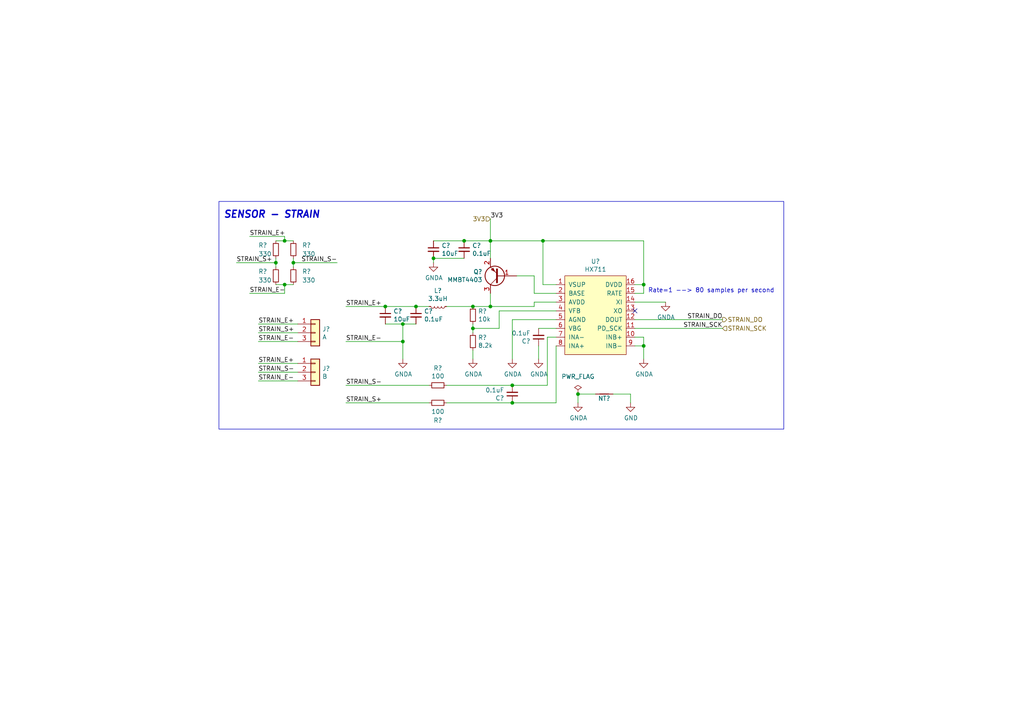
<source format=kicad_sch>
(kicad_sch (version 20230121) (generator eeschema)
  (paper "A4")
  (lib_symbols
    (symbol "Connector_Generic:Conn_01x03" (pin_names (offset 1.016) hide)
      (property "Reference" "J" (at 0 5.08 0))
      (property "Value" "Conn_01x03" (at 0 -5.08 0))
      (symbol "Conn_01x03_1_1"
        (rectangle (start -1.27 -2.413) (end 0 -2.667) (stroke (width 0.1524)))
        (rectangle (start -1.27 0.127) (end 0 -0.127) (stroke (width 0.1524)))
        (rectangle (start -1.27 2.667) (end 0 2.413) (stroke (width 0.1524)))
        (rectangle (start -1.27 3.81) (end 1.27 -3.81) (stroke (width 0.254)) (fill (type background)))
        (pin passive line (at -5.08 2.54 0) (length 3.81) (name "Pin_1") (number "1"))
        (pin passive line (at -5.08 0 0) (length 3.81) (name "Pin_2") (number "2"))
        (pin passive line (at -5.08 -2.54 0) (length 3.81) (name "Pin_3") (number "3"))
      )
    )
    (symbol "Device:C_Small" (pin_numbers hide) (pin_names (offset 0.254) hide)
      (property "Reference" "C" (at 0.254 1.778 0))
      (property "Value" "C_Small" (at 0.254 -2.032 0))
      (symbol "C_Small_0_1"
        (polyline (pts (xy -1.524 -0.508) (xy 1.524 -0.508)) (stroke (width 0.3302)))
        (polyline (pts (xy -1.524 0.508) (xy 1.524 0.508)) (stroke (width 0.3048)))
      )
      (symbol "C_Small_1_1"
        (pin passive line (at 0 2.54 270) (length 2.032) (name "~") (number "1"))
        (pin passive line (at 0 -2.54 90) (length 2.032) (name "~") (number "2"))
      )
    )
    (symbol "Device:L_Small" (pin_numbers hide) (pin_names (offset 0.254) hide)
      (property "Reference" "L" (at 0.762 1.016 0))
      (property "Value" "L_Small" (at 0.762 -1.016 0))
      (symbol "L_Small_0_1"
        (arc (start 0 -2.032) (mid 0.5058 -1.524) (end 0 -1.016))
        (arc (start 0 -1.016) (mid 0.5058 -0.508) (end 0 0))
        (arc (start 0 0) (mid 0.5058 0.508) (end 0 1.016))
        (arc (start 0 1.016) (mid 0.5058 1.524) (end 0 2.032))
      )
      (symbol "L_Small_1_1"
        (pin passive line (at 0 2.54 270) (length 0.508) (name "~") (number "1"))
        (pin passive line (at 0 -2.54 90) (length 0.508) (name "~") (number "2"))
      )
    )
    (symbol "Device:NetTie_2" (pin_numbers hide) (pin_names (offset 0) hide)
      (property "Reference" "NT" (at 0 1.27 0))
      (property "Value" "NetTie_2" (at 0 -1.27 0))
      (symbol "NetTie_2_0_1"
        (polyline (pts (xy -1.27 0) (xy 1.27 0)) (stroke (width 0.254)))
      )
      (symbol "NetTie_2_1_1"
        (pin passive line (at -2.54 0 0) (length 2.54) (name "1") (number "1"))
        (pin passive line (at 2.54 0 180) (length 2.54) (name "2") (number "2"))
      )
    )
    (symbol "Device:Q_PNP_BEC" (pin_names (offset 0) hide)
      (property "Reference" "Q" (at 5.08 1.27 0))
      (property "Value" "Q_PNP_BEC" (at 5.08 -1.27 0))
      (symbol "Q_PNP_BEC_0_1"
        (polyline (pts (xy 0.635 0.635) (xy 2.54 2.54)))
        (polyline (pts (xy 0.635 -0.635) (xy 2.54 -2.54) (xy 2.54 -2.54)))
        (polyline (pts (xy 0.635 1.905) (xy 0.635 -1.905) (xy 0.635 -1.905)) (stroke (width 0.508)))
        (polyline (pts (xy 2.286 -1.778) (xy 1.778 -2.286) (xy 1.27 -1.27) (xy 2.286 -1.778) (xy 2.286 -1.778)) (fill (type outline)))
        (circle (center 1.27 0) (radius 2.8194) (stroke (width 0.254)))
      )
      (symbol "Q_PNP_BEC_1_1"
        (pin input line (at -5.08 0 0) (length 5.715) (name "B") (number "1"))
        (pin passive line (at 2.54 -5.08 90) (length 2.54) (name "E") (number "2"))
        (pin passive line (at 2.54 5.08 270) (length 2.54) (name "C") (number "3"))
      )
    )
    (symbol "Device:R_Small" (pin_numbers hide) (pin_names (offset 0.254) hide)
      (property "Reference" "R" (at 0.762 0.508 0))
      (property "Value" "R_Small" (at 0.762 -1.016 0))
      (symbol "R_Small_0_1"
        (rectangle (start -0.762 1.778) (end 0.762 -1.778) (stroke (width 0.2032)))
      )
      (symbol "R_Small_1_1"
        (pin passive line (at 0 2.54 270) (length 0.762) (name "~") (number "1"))
        (pin passive line (at 0 -2.54 90) (length 0.762) (name "~") (number "2"))
      )
    )
    (symbol "power:GND" (power) (pin_names (offset 0))
      (property "Value" "GND" (at 0 -3.81 0))
      (symbol "GND_0_1"
        (polyline (pts (xy 0 0) (xy 0 -1.27) (xy 1.27 -1.27) (xy 0 -2.54) (xy -1.27 -1.27) (xy 0 -1.27)))
      )
      (symbol "GND_1_1"
        (pin power_in line (at 0 0 270) (length 0) hide (name "GND") (number "1"))
      )
    )
    (symbol "power:GNDA" (power) (pin_names (offset 0))
      (property "Value" "GNDA" (at 0 -3.81 0))
      (symbol "GNDA_0_1"
        (polyline (pts (xy 0 0) (xy 0 -1.27) (xy 1.27 -1.27) (xy 0 -2.54) (xy -1.27 -1.27) (xy 0 -1.27)))
      )
      (symbol "GNDA_1_1"
        (pin power_in line (at 0 0 270) (length 0) hide (name "GNDA") (number "1"))
      )
    )
    (symbol "power:PWR_FLAG" (power) (pin_numbers hide) (pin_names (offset 0) hide)
      (property "Value" "PWR_FLAG" (at 0 3.81 0))
      (symbol "PWR_FLAG_0_0"
        (pin power_out line (at 0 0 90) (length 0) (name "pwr") (number "1"))
      )
      (symbol "PWR_FLAG_0_1"
        (polyline (pts (xy 0 0) (xy 0 1.27) (xy -1.016 1.905) (xy 0 2.54) (xy 1.016 1.905) (xy 0 1.27)))
      )
    )
    (symbol "strain:HX711" (pin_names (offset 1.016))
      (property "Reference" "U" (at 5.08 12.7 0))
      (property "Value" "HX711" (at -5.08 12.7 0))
      (symbol "HX711_0_1"
        (rectangle (start -8.89 11.43) (end 8.89 -11.43) (fill (type background)))
      )
      (symbol "HX711_1_1"
        (pin power_in line (at -11.43 8.89 0) (length 2.54) (name "VSUP") (number "1"))
        (pin input line (at 11.43 -6.35 180) (length 2.54) (name "INB+") (number "10"))
        (pin input line (at 11.43 -3.81 180) (length 2.54) (name "PD_SCK") (number "11"))
        (pin output line (at 11.43 -1.27 180) (length 2.54) (name "DOUT") (number "12"))
        (pin output line (at 11.43 1.27 180) (length 2.54) (name "XO") (number "13"))
        (pin input line (at 11.43 3.81 180) (length 2.54) (name "XI") (number "14"))
        (pin input line (at 11.43 6.35 180) (length 2.54) (name "RATE") (number "15"))
        (pin power_in line (at 11.43 8.89 180) (length 2.54) (name "DVDD") (number "16"))
        (pin output line (at -11.43 6.35 0) (length 2.54) (name "BASE") (number "2"))
        (pin bidirectional line (at -11.43 3.81 0) (length 2.54) (name "AVDD") (number "3"))
        (pin input line (at -11.43 1.27 0) (length 2.54) (name "VFB") (number "4"))
        (pin power_in line (at -11.43 -1.27 0) (length 2.54) (name "AGND") (number "5"))
        (pin output line (at -11.43 -3.81 0) (length 2.54) (name "VBG") (number "6"))
        (pin input line (at -11.43 -6.35 0) (length 2.54) (name "INA-") (number "7"))
        (pin input line (at -11.43 -8.89 0) (length 2.54) (name "INA+") (number "8"))
        (pin input line (at 11.43 -8.89 180) (length 2.54) (name "INB-") (number "9"))
      )
    )
  )
  (junction (at 85.09 76.2))
  (junction (at 167.64 114.3))
  (junction (at 116.84 99.06))
  (junction (at 186.69 100.33))
  (junction (at 120.65 88.9))
  (junction (at 82.55 69.85))
  (junction (at 125.73 74.93))
  (junction (at 134.62 69.85))
  (junction (at 116.84 93.98))
  (junction (at 111.76 88.9))
  (junction (at 157.48 69.85))
  (junction (at 186.69 82.55))
  (junction (at 137.16 95.25))
  (junction (at 142.24 69.85))
  (junction (at 82.55 82.55))
  (junction (at 137.16 88.9))
  (junction (at 148.59 116.84))
  (junction (at 142.24 88.9))
  (junction (at 80.01 76.2))
  (junction (at 148.59 111.76))
  (no_connect (at 184.15 90.17))
  (wire (pts (xy 74.93 105.41) (xy 86.36 105.41)))
  (wire (pts (xy 85.09 76.2) (xy 97.79 76.2)))
  (wire (pts (xy 186.69 97.79) (xy 186.69 100.33)))
  (wire (pts (xy 100.33 116.84) (xy 124.46 116.84)))
  (wire (pts (xy 82.55 82.55) (xy 82.55 85.09)))
  (wire (pts (xy 161.29 100.33) (xy 161.29 116.84)))
  (wire (pts (xy 125.73 76.2) (xy 125.73 74.93)))
  (wire (pts (xy 74.93 93.98) (xy 86.36 93.98)))
  (wire (pts (xy 184.15 97.79) (xy 186.69 97.79)))
  (wire (pts (xy 85.09 74.93) (xy 85.09 76.2)))
  (wire (pts (xy 167.64 116.84) (xy 167.64 114.3)))
  (wire (pts (xy 85.09 76.2) (xy 85.09 77.47)))
  (wire (pts (xy 161.29 92.71) (xy 148.59 92.71)))
  (wire (pts (xy 186.69 82.55) (xy 184.15 82.55)))
  (wire (pts (xy 154.94 80.01) (xy 154.94 85.09)))
  (wire (pts (xy 80.01 74.93) (xy 80.01 76.2)))
  (wire (pts (xy 72.39 68.58) (xy 82.55 68.58)))
  (wire (pts (xy 116.84 93.98) (xy 116.84 99.06)))
  (wire (pts (xy 184.15 92.71) (xy 209.55 92.71)))
  (wire (pts (xy 148.59 116.84) (xy 129.54 116.84)))
  (wire (pts (xy 137.16 104.14) (xy 137.16 101.6)))
  (wire (pts (xy 142.24 88.9) (xy 154.94 88.9)))
  (wire (pts (xy 100.33 88.9) (xy 111.76 88.9)))
  (wire (pts (xy 158.75 97.79) (xy 158.75 111.76)))
  (wire (pts (xy 80.01 76.2) (xy 80.01 77.47)))
  (wire (pts (xy 124.46 111.76) (xy 100.33 111.76)))
  (wire (pts (xy 148.59 116.84) (xy 161.29 116.84)))
  (wire (pts (xy 148.59 92.71) (xy 148.59 104.14)))
  (wire (pts (xy 156.21 100.33) (xy 156.21 104.14)))
  (wire (pts (xy 161.29 97.79) (xy 158.75 97.79)))
  (wire (pts (xy 74.93 110.49) (xy 86.36 110.49)))
  (wire (pts (xy 137.16 93.98) (xy 137.16 95.25)))
  (wire (pts (xy 129.54 111.76) (xy 148.59 111.76)))
  (wire (pts (xy 186.69 85.09) (xy 186.69 82.55)))
  (wire (pts (xy 154.94 87.63) (xy 161.29 87.63)))
  (wire (pts (xy 134.62 74.93) (xy 125.73 74.93)))
  (wire (pts (xy 186.69 100.33) (xy 186.69 104.14)))
  (wire (pts (xy 100.33 99.06) (xy 116.84 99.06)))
  (wire (pts (xy 156.21 95.25) (xy 161.29 95.25)))
  (wire (pts (xy 74.93 96.52) (xy 86.36 96.52)))
  (wire (pts (xy 144.78 90.17) (xy 161.29 90.17)))
  (wire (pts (xy 80.01 69.85) (xy 82.55 69.85)))
  (wire (pts (xy 144.78 95.25) (xy 144.78 90.17)))
  (wire (pts (xy 80.01 82.55) (xy 82.55 82.55)))
  (wire (pts (xy 82.55 82.55) (xy 85.09 82.55)))
  (wire (pts (xy 137.16 95.25) (xy 144.78 95.25)))
  (wire (pts (xy 154.94 88.9) (xy 154.94 87.63)))
  (wire (pts (xy 148.59 111.76) (xy 158.75 111.76)))
  (wire (pts (xy 74.93 99.06) (xy 86.36 99.06)))
  (wire (pts (xy 157.48 82.55) (xy 161.29 82.55)))
  (wire (pts (xy 184.15 85.09) (xy 186.69 85.09)))
  (wire (pts (xy 68.58 76.2) (xy 80.01 76.2)))
  (wire (pts (xy 142.24 63.5) (xy 142.24 69.85)))
  (wire (pts (xy 72.39 85.09) (xy 82.55 85.09)))
  (wire (pts (xy 182.88 114.3) (xy 182.88 116.84)))
  (wire (pts (xy 184.15 95.25) (xy 209.55 95.25)))
  (wire (pts (xy 184.15 87.63) (xy 193.04 87.63)))
  (wire (pts (xy 111.76 93.98) (xy 116.84 93.98)))
  (wire (pts (xy 74.93 107.95) (xy 86.36 107.95)))
  (wire (pts (xy 120.65 88.9) (xy 124.46 88.9)))
  (wire (pts (xy 116.84 93.98) (xy 120.65 93.98)))
  (wire (pts (xy 82.55 68.58) (xy 82.55 69.85)))
  (wire (pts (xy 116.84 99.06) (xy 116.84 104.14)))
  (wire (pts (xy 184.15 100.33) (xy 186.69 100.33)))
  (wire (pts (xy 167.64 114.3) (xy 172.72 114.3)))
  (wire (pts (xy 186.69 69.85) (xy 186.69 82.55)))
  (wire (pts (xy 137.16 96.52) (xy 137.16 95.25)))
  (wire (pts (xy 129.54 88.9) (xy 137.16 88.9)))
  (wire (pts (xy 142.24 85.09) (xy 142.24 88.9)))
  (wire (pts (xy 137.16 88.9) (xy 142.24 88.9)))
  (wire (pts (xy 82.55 69.85) (xy 85.09 69.85)))
  (wire (pts (xy 111.76 88.9) (xy 120.65 88.9)))
  (wire (pts (xy 125.73 69.85) (xy 134.62 69.85)))
  (wire (pts (xy 177.8 114.3) (xy 182.88 114.3)))
  (wire (pts (xy 157.48 69.85) (xy 157.48 82.55)))
  (wire (pts (xy 149.86 80.01) (xy 154.94 80.01)))
  (wire (pts (xy 134.62 69.85) (xy 142.24 69.85)))
  (wire (pts (xy 142.24 69.85) (xy 157.48 69.85)))
  (wire (pts (xy 154.94 85.09) (xy 161.29 85.09)))
  (wire (pts (xy 157.48 69.85) (xy 186.69 69.85)))
  (wire (pts (xy 142.24 69.85) (xy 142.24 74.93)))
  (rectangle (start 63.5 58.42) (end 227.33 124.46))
  (text "Rate=1 --> 80 samples per second" (at 187.96 85.09 0) (effects (font (size 1.27 1.27)) (justify left bottom)))
  (text "SENSOR - STRAIN" (at 64.77 63.5 0) (effects (font (size 2.0066 2.0066) (thickness 0.4013) bold italic) (justify left bottom)))
  (label "STRAIN_E+" (at 72.39 68.58 0))
  (label "STRAIN_E-" (at 74.93 110.49 0))
  (label "STRAIN_DO" (at 209.55 92.71 180))
  (label "STRAIN_S+" (at 74.93 96.52 0))
  (label "STRAIN_S-" (at 74.93 107.95 0))
  (label "STRAIN_SCK" (at 209.55 95.25 180))
  (label "STRAIN_S-" (at 100.33 111.76 0))
  (label "STRAIN_E+" (at 74.93 93.98 0))
  (label "STRAIN_S+" (at 100.33 116.84 0))
  (label "STRAIN_E-" (at 74.93 99.06 0))
  (label "STRAIN_E-" (at 100.33 99.06 0))
  (label "STRAIN_E-" (at 72.39 85.09 0))
  (label "3V3" (at 142.24 63.5 0))
  (label "STRAIN_S+" (at 68.58 76.2 0))
  (label "STRAIN_E+" (at 100.33 88.9 0))
  (label "STRAIN_S-" (at 97.79 76.2 180))
  (label "STRAIN_E+" (at 74.93 105.41 0))
  (hierarchical_label "STRAIN_SCK" (shape input) (at 209.55 95.25 0))
  (hierarchical_label "3V3" (shape input) (at 142.24 63.5 180))
  (hierarchical_label "STRAIN_DO" (shape output) (at 209.55 92.71 0))
  (symbol (lib_id "Device:R_Small") (at 127 111.76 270) (unit 1)
    (property "Reference" "R?" (at 127 106.7816 90))
    (property "Value" "100" (at 127 109.093 90))
    (property "Footprint" "Resistor_SMD:R_0805_2012Metric" (effects hide))
    (property "LCSC" "C319953" (effects hide))
    (property "Digikey" "RMCF0603FT100RCT-ND" (effects hide))
    (property "Mouser" "652-CR0603FX-1000ELF" (effects hide))
    (instances (project "view_base" (path "" (reference "R?") (unit 1)) (path "" (reference "R?") (unit 1)) (path "" (reference "R5") (unit 1))))
  )
  (symbol (lib_id "Device:NetTie_2") (at 175.26 114.3 0) (unit 1) (in_bom no)
    (property "Reference" "NT?" (at 175.26 115.57 0))
    (property "Value" "NetTie_2" (effects hide))
    (property "Footprint" "NetTie:NetTie-2_SMD_Pad0.5mm" (effects hide))
    (instances (project "view_base" (path "" (reference "NT?") (unit 1)) (path "" (reference "NT?") (unit 1)) (path "" (reference "NT1") (unit 1))))
  )
  (symbol (lib_id "power:GNDA") (at 186.69 104.14 0) (unit 1)
    (property "Reference" "#PWR?" (effects hide))
    (property "Value" "GNDA" (at 186.817 108.5342 0))
    (instances (project "view_base" (path "" (reference "#PWR?") (unit 1)) (path "" (reference "#PWR?") (unit 1)) (path "" (reference "#PWR0160") (unit 1))))
  )
  (symbol (lib_id "Device:R_Small") (at 137.16 91.44 0) (unit 1)
    (property "Reference" "R?" (at 138.6586 90.2716 0) (effects (justify left)))
    (property "Value" "10k" (at 138.6586 92.583 0) (effects (justify left)))
    (property "Footprint" "Resistor_SMD:R_0805_2012Metric" (effects hide))
    (property "LCSC" "C98220" (effects hide))
    (property "Digikey" "RMCF0603JT10K0CT-ND" (effects hide))
    (property "Mouser" "652-CR0603FX-1002ELF" (effects hide))
    (instances (project "view_base" (path "" (reference "R?") (unit 1)) (path "" (reference "R?") (unit 1)) (path "" (reference "R3") (unit 1))))
  )
  (symbol (lib_id "power:GNDA") (at 167.64 116.84 0) (unit 1)
    (property "Reference" "#PWR?" (effects hide))
    (property "Value" "GNDA" (at 167.767 121.2342 0))
    (instances (project "view_base" (path "" (reference "#PWR?") (unit 1)) (path "" (reference "#PWR?") (unit 1)) (path "" (reference "#PWR0162") (unit 1))))
  )
  (symbol (lib_id "Device:C_Small") (at 120.65 91.44 0) (unit 1)
    (property "Reference" "C?" (at 122.9868 90.2716 0) (effects (justify left)))
    (property "Value" "0.1uF" (at 122.9868 92.583 0) (effects (justify left)))
    (property "Footprint" "Capacitor_SMD:C_0805_2012Metric" (effects hide))
    (property "LCSC" "C1591" (effects hide))
    (property "Digikey" "1276-1935-1-ND" (effects hide))
    (property "Mouser" "187-CL10B104KB8NNWC" (effects hide))
    (instances (project "view_base" (path "" (reference "C?") (unit 1)) (path "" (reference "C?") (unit 1)) (path "" (reference "C19") (unit 1))))
  )
  (symbol (lib_id "Device:R_Small") (at 85.09 80.01 180) (unit 1)
    (property "Reference" "R?" (at 87.63 78.74 0) (effects (justify right)))
    (property "Value" "330" (at 87.63 81.28 0) (effects (justify right)))
    (property "Footprint" "Resistor_SMD:R_2512_6332Metric" (effects hide))
    (property "LCSC" "C19866" (effects hide))
    (instances (project "view_base" (path "" (reference "R?") (unit 1)) (path "" (reference "R?") (unit 1)) (path "" (reference "R21") (unit 1))))
  )
  (symbol (lib_id "Device:Q_PNP_BEC") (at 144.78 80.01 180) (unit 1)
    (property "Reference" "Q?" (at 139.9286 78.8416 0) (effects (justify left)))
    (property "Value" "MMBT4403" (at 139.9286 81.153 0) (effects (justify left)))
    (property "Footprint" "Package_TO_SOT_SMD:SOT-23" (effects hide))
    (property "LCSC" "C78864" (effects hide))
    (property "Digikey" "MMBT4403LT1GOSCT-ND" (effects hide))
    (property "Mouser" "241-MMBT4403R100001" (effects hide))
    (instances (project "view_base" (path "" (reference "Q?") (unit 1)) (path "" (reference "Q?") (unit 1)) (path "" (reference "Q1") (unit 1))))
  )
  (symbol (lib_id "strain:HX711") (at 172.72 91.44 0) (unit 1)
    (property "Reference" "U?" (at 172.72 75.819 0))
    (property "Value" "HX711" (at 172.72 78.1304 0))
    (property "Footprint" "Package_SO:SOIC-16_3.9x9.9mm_P1.27mm" (effects hide))
    (property "LCSC" "C43656" (effects hide))
    (property "Digikey" "N/A" (effects hide))
    (property "Mouser" "N/A" (effects hide))
    (instances (project "view_base" (path "" (reference "U?") (unit 1)) (path "" (reference "U?") (unit 1)) (path "" (reference "U4") (unit 1))))
  )
  (symbol (lib_id "Connector_Generic:Conn_01x03") (at 91.44 96.52 0) (unit 1)
    (property "Reference" "J?" (at 93.472 95.4532 0) (effects (justify left)))
    (property "Value" "A" (at 93.472 97.7646 0) (effects (justify left)))
    (property "Footprint" "SolderPads:SolderPads_2mm_3_STRAIN" (effects hide))
    (instances (project "view_base" (path "" (reference "J?") (unit 1)) (path "" (reference "J?") (unit 1)) (path "" (reference "J4") (unit 1))))
  )
  (symbol (lib_id "Device:C_Small") (at 134.62 72.39 0) (unit 1)
    (property "Reference" "C?" (at 136.9568 71.2216 0) (effects (justify left)))
    (property "Value" "0.1uF" (at 136.9568 73.533 0) (effects (justify left)))
    (property "Footprint" "Capacitor_SMD:C_0805_2012Metric" (effects hide))
    (property "LCSC" "C1591" (effects hide))
    (property "Digikey" "1276-1935-1-ND" (effects hide))
    (property "Mouser" "187-CL10B104KB8NNWC" (effects hide))
    (instances (project "view_base" (path "" (reference "C?") (unit 1)) (path "" (reference "C?") (unit 1)) (path "" (reference "C12") (unit 1))))
  )
  (symbol (lib_id "Device:R_Small") (at 127 116.84 90) (unit 1)
    (property "Reference" "R?" (at 127 121.92 90))
    (property "Value" "100" (at 127 119.38 90))
    (property "Footprint" "Resistor_SMD:R_0805_2012Metric" (effects hide))
    (property "LCSC" "C319953" (effects hide))
    (property "Digikey" "RMCF0603FT100RCT-ND" (effects hide))
    (property "Mouser" "652-CR0603FX-1000ELF" (effects hide))
    (instances (project "view_base" (path "" (reference "R?") (unit 1)) (path "" (reference "R?") (unit 1)) (path "" (reference "R6") (unit 1))))
  )
  (symbol (lib_id "power:GND") (at 182.88 116.84 0) (unit 1)
    (property "Reference" "#PWR?" (effects hide))
    (property "Value" "GND" (at 183.007 121.2342 0))
    (instances (project "view_base" (path "" (reference "#PWR?") (unit 1)) (path "" (reference "#PWR?") (unit 1)) (path "" (reference "#PWR0161") (unit 1))))
  )
  (symbol (lib_id "power:GNDA") (at 125.73 76.2 0) (unit 1)
    (property "Reference" "#PWR?" (effects hide))
    (property "Value" "GNDA" (at 125.857 80.5942 0))
    (instances (project "view_base" (path "" (reference "#PWR?") (unit 1)) (path "" (reference "#PWR?") (unit 1)) (path "" (reference "#PWR0157") (unit 1))))
  )
  (symbol (lib_id "Device:R_Small") (at 137.16 99.06 0) (unit 1)
    (property "Reference" "R?" (at 138.6586 97.8916 0) (effects (justify left)))
    (property "Value" "8.2k" (at 138.6586 100.203 0) (effects (justify left)))
    (property "Footprint" "Resistor_SMD:R_0805_2012Metric" (effects hide))
    (property "LCSC" "C114637" (effects hide))
    (property "Digikey" "RMCF0603FT8K20CT-ND" (effects hide))
    (property "Mouser" "652-CR0603FX-8201ELF" (effects hide))
    (instances (project "view_base" (path "" (reference "R?") (unit 1)) (path "" (reference "R?") (unit 1)) (path "" (reference "R4") (unit 1))))
  )
  (symbol (lib_id "Device:R_Small") (at 85.09 72.39 180) (unit 1)
    (property "Reference" "R?" (at 87.63 71.1199 0) (effects (justify right)))
    (property "Value" "330" (at 87.63 73.6599 0) (effects (justify right)))
    (property "Footprint" "Resistor_SMD:R_2512_6332Metric" (effects hide))
    (property "LCSC" "C19866" (effects hide))
    (instances (project "view_base" (path "" (reference "R?") (unit 1)) (path "" (reference "R?") (unit 1)) (path "" (reference "R20") (unit 1))))
  )
  (symbol (lib_id "Device:C_Small") (at 125.73 72.39 0) (unit 1)
    (property "Reference" "C?" (at 128.0668 71.2216 0) (effects (justify left)))
    (property "Value" "10uF" (at 128.0668 73.533 0) (effects (justify left)))
    (property "Footprint" "Capacitor_SMD:C_0805_2012Metric" (effects hide))
    (property "LCSC" "C15850" (effects hide))
    (property "Digikey" "1276-2891-1-ND" (effects hide))
    (property "Mouser" "187-CL21A106KAYNNNE" (effects hide))
    (instances (project "view_base" (path "" (reference "C?") (unit 1)) (path "" (reference "C?") (unit 1)) (path "" (reference "C16") (unit 1))))
  )
  (symbol (lib_id "Device:C_Small") (at 156.21 97.79 180) (unit 1)
    (property "Reference" "C?" (at 153.8732 98.9584 0) (effects (justify left)))
    (property "Value" "0.1uF" (at 153.8732 96.647 0) (effects (justify left)))
    (property "Footprint" "Capacitor_SMD:C_0805_2012Metric" (effects hide))
    (property "LCSC" "C1591" (effects hide))
    (property "Digikey" "1276-1935-1-ND" (effects hide))
    (property "Mouser" "187-CL10B104KB8NNWC" (effects hide))
    (instances (project "view_base" (path "" (reference "C?") (unit 1)) (path "" (reference "C?") (unit 1)) (path "" (reference "C22") (unit 1))))
  )
  (symbol (lib_id "power:GNDA") (at 156.21 104.14 0) (unit 1)
    (property "Reference" "#PWR?" (effects hide))
    (property "Value" "GNDA" (at 156.337 108.5342 0))
    (instances (project "view_base" (path "" (reference "#PWR?") (unit 1)) (path "" (reference "#PWR?") (unit 1)) (path "" (reference "#PWR0165") (unit 1))))
  )
  (symbol (lib_id "power:GNDA") (at 137.16 104.14 0) (unit 1)
    (property "Reference" "#PWR?" (effects hide))
    (property "Value" "GNDA" (at 137.287 108.5342 0))
    (instances (project "view_base" (path "" (reference "#PWR?") (unit 1)) (path "" (reference "#PWR?") (unit 1)) (path "" (reference "#PWR0163") (unit 1))))
  )
  (symbol (lib_id "Device:R_Small") (at 80.01 72.39 0) (unit 1)
    (property "Reference" "R?" (at 74.93 71.12 0) (effects (justify left)))
    (property "Value" "330" (at 74.93 73.66 0) (effects (justify left)))
    (property "Footprint" "Resistor_SMD:R_2512_6332Metric" (effects hide))
    (property "LCSC" "C19866" (effects hide))
    (instances (project "view_base" (path "" (reference "R?") (unit 1)) (path "" (reference "R?") (unit 1)) (path "" (reference "R18") (unit 1))))
  )
  (symbol (lib_id "Connector_Generic:Conn_01x03") (at 91.44 107.95 0) (unit 1)
    (property "Reference" "J?" (at 93.472 106.8832 0) (effects (justify left)))
    (property "Value" "B" (at 93.472 109.1946 0) (effects (justify left)))
    (property "Footprint" "SolderPads:SolderPads_2mm_3_STRAIN" (effects hide))
    (instances (project "view_base" (path "" (reference "J?") (unit 1)) (path "" (reference "J?") (unit 1)) (path "" (reference "J5") (unit 1))))
  )
  (symbol (lib_id "power:PWR_FLAG") (at 167.64 114.3 0) (unit 1)
    (property "Reference" "#FLG?" (effects hide))
    (property "Value" "PWR_FLAG" (at 167.64 109.22 0))
    (instances (project "view_base" (path "" (reference "#FLG?") (unit 1)) (path "" (reference "#FLG?") (unit 1)) (path "" (reference "#FLG0102") (unit 1))))
  )
  (symbol (lib_id "power:GNDA") (at 193.04 87.63 0) (unit 1)
    (property "Reference" "#PWR?" (effects hide))
    (property "Value" "GNDA" (at 193.167 92.0242 0))
    (instances (project "view_base" (path "" (reference "#PWR?") (unit 1)) (path "" (reference "#PWR?") (unit 1)) (path "" (reference "#PWR0159") (unit 1))))
  )
  (symbol (lib_id "power:GNDA") (at 148.59 104.14 0) (unit 1)
    (property "Reference" "#PWR?" (effects hide))
    (property "Value" "GNDA" (at 148.717 108.5342 0))
    (instances (project "view_base" (path "" (reference "#PWR?") (unit 1)) (path "" (reference "#PWR?") (unit 1)) (path "" (reference "#PWR0164") (unit 1))))
  )
  (symbol (lib_id "Device:C_Small") (at 111.76 91.44 0) (unit 1)
    (property "Reference" "C?" (at 114.0968 90.2716 0) (effects (justify left)))
    (property "Value" "10uF" (at 114.0968 92.583 0) (effects (justify left)))
    (property "Footprint" "Capacitor_SMD:C_0805_2012Metric" (effects hide))
    (property "LCSC" "C15850" (effects hide))
    (property "Digikey" "1276-2891-1-ND" (effects hide))
    (property "Mouser" "187-CL21A106KAYNNNE" (effects hide))
    (instances (project "view_base" (path "" (reference "C?") (unit 1)) (path "" (reference "C?") (unit 1)) (path "" (reference "C18") (unit 1))))
  )
  (symbol (lib_id "Device:R_Small") (at 80.01 80.01 0) (unit 1)
    (property "Reference" "R?" (at 74.93 78.74 0) (effects (justify left)))
    (property "Value" "330" (at 74.93 81.28 0) (effects (justify left)))
    (property "Footprint" "Resistor_SMD:R_2512_6332Metric" (effects hide))
    (property "LCSC" "C19866" (effects hide))
    (instances (project "view_base" (path "" (reference "R?") (unit 1)) (path "" (reference "R?") (unit 1)) (path "" (reference "R19") (unit 1))))
  )
  (symbol (lib_id "power:GNDA") (at 116.84 104.14 0) (unit 1)
    (property "Reference" "#PWR?" (effects hide))
    (property "Value" "GNDA" (at 116.967 108.5342 0))
    (instances (project "view_base" (path "" (reference "#PWR?") (unit 1)) (path "" (reference "#PWR?") (unit 1)) (path "" (reference "#PWR0158") (unit 1))))
  )
  (symbol (lib_id "Device:C_Small") (at 148.59 114.3 180) (unit 1)
    (property "Reference" "C?" (at 146.2532 115.4684 0) (effects (justify left)))
    (property "Value" "0.1uF" (at 146.2532 113.157 0) (effects (justify left)))
    (property "Footprint" "Capacitor_SMD:C_0805_2012Metric" (effects hide))
    (property "LCSC" "C1591" (effects hide))
    (property "Digikey" "1276-1935-1-ND" (effects hide))
    (property "Mouser" "187-CL10B104KB8NNWC" (effects hide))
    (instances (project "view_base" (path "" (reference "C?") (unit 1)) (path "" (reference "C?") (unit 1)) (path "" (reference "C23") (unit 1))))
  )
  (symbol (lib_id "Device:L_Small") (at 127 88.9 270) (unit 1)
    (property "Reference" "L?" (at 127 84.3026 90))
    (property "Value" "3.3uH" (at 127 86.614 90))
    (property "Footprint" "Inductor_SMD:L_0805_2012Metric" (effects hide))
    (property "LCSC" "C307744" (effects hide))
    (property "Digikey" "445-6394-1-ND" (effects hide))
    (property "Mouser" "810-MLZ2012A3R3WT000" (effects hide))
    (instances (project "view_base" (path "" (reference "L?") (unit 1)) (path "" (reference "L?") (unit 1)) (path "" (reference "L1") (unit 1))))
  )
)
</source>
